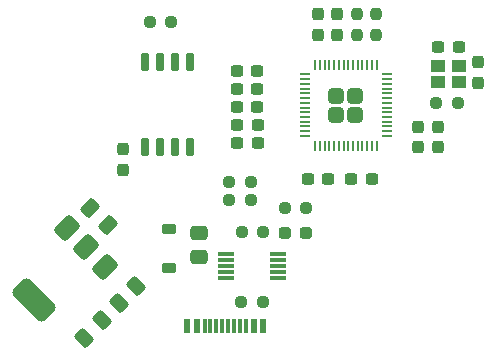
<source format=gbp>
G04 #@! TF.GenerationSoftware,KiCad,Pcbnew,7.0.10*
G04 #@! TF.CreationDate,2024-04-20T00:48:07+02:00*
G04 #@! TF.ProjectId,ledDisplay,6c656444-6973-4706-9c61-792e6b696361,rev?*
G04 #@! TF.SameCoordinates,Original*
G04 #@! TF.FileFunction,Paste,Bot*
G04 #@! TF.FilePolarity,Positive*
%FSLAX46Y46*%
G04 Gerber Fmt 4.6, Leading zero omitted, Abs format (unit mm)*
G04 Created by KiCad (PCBNEW 7.0.10) date 2024-04-20 00:48:07*
%MOMM*%
%LPD*%
G01*
G04 APERTURE LIST*
G04 Aperture macros list*
%AMRoundRect*
0 Rectangle with rounded corners*
0 $1 Rounding radius*
0 $2 $3 $4 $5 $6 $7 $8 $9 X,Y pos of 4 corners*
0 Add a 4 corners polygon primitive as box body*
4,1,4,$2,$3,$4,$5,$6,$7,$8,$9,$2,$3,0*
0 Add four circle primitives for the rounded corners*
1,1,$1+$1,$2,$3*
1,1,$1+$1,$4,$5*
1,1,$1+$1,$6,$7*
1,1,$1+$1,$8,$9*
0 Add four rect primitives between the rounded corners*
20,1,$1+$1,$2,$3,$4,$5,0*
20,1,$1+$1,$4,$5,$6,$7,0*
20,1,$1+$1,$6,$7,$8,$9,0*
20,1,$1+$1,$8,$9,$2,$3,0*%
G04 Aperture macros list end*
%ADD10RoundRect,0.237500X0.300000X0.237500X-0.300000X0.237500X-0.300000X-0.237500X0.300000X-0.237500X0*%
%ADD11RoundRect,0.237500X-0.250000X-0.237500X0.250000X-0.237500X0.250000X0.237500X-0.250000X0.237500X0*%
%ADD12R,1.150000X1.000000*%
%ADD13RoundRect,0.250000X-0.097227X0.574524X-0.574524X0.097227X0.097227X-0.574524X0.574524X-0.097227X0*%
%ADD14R,1.400000X0.300000*%
%ADD15RoundRect,0.237500X-0.237500X0.300000X-0.237500X-0.300000X0.237500X-0.300000X0.237500X0.300000X0*%
%ADD16RoundRect,0.237500X-0.300000X-0.237500X0.300000X-0.237500X0.300000X0.237500X-0.300000X0.237500X0*%
%ADD17RoundRect,0.150000X-0.150000X0.650000X-0.150000X-0.650000X0.150000X-0.650000X0.150000X0.650000X0*%
%ADD18RoundRect,0.237500X-0.287500X-0.237500X0.287500X-0.237500X0.287500X0.237500X-0.287500X0.237500X0*%
%ADD19RoundRect,0.225000X-0.375000X0.225000X-0.375000X-0.225000X0.375000X-0.225000X0.375000X0.225000X0*%
%ADD20RoundRect,0.237500X0.237500X-0.300000X0.237500X0.300000X-0.237500X0.300000X-0.237500X-0.300000X0*%
%ADD21RoundRect,0.237500X0.237500X-0.250000X0.237500X0.250000X-0.237500X0.250000X-0.237500X-0.250000X0*%
%ADD22RoundRect,0.250000X0.475000X-0.337500X0.475000X0.337500X-0.475000X0.337500X-0.475000X-0.337500X0*%
%ADD23RoundRect,0.250000X0.574524X0.097227X0.097227X0.574524X-0.574524X-0.097227X-0.097227X-0.574524X0*%
%ADD24RoundRect,0.237500X0.250000X0.237500X-0.250000X0.237500X-0.250000X-0.237500X0.250000X-0.237500X0*%
%ADD25RoundRect,0.250000X0.097227X-0.574524X0.574524X-0.097227X-0.097227X0.574524X-0.574524X0.097227X0*%
%ADD26RoundRect,0.375000X0.176777X0.707107X-0.707107X-0.176777X-0.176777X-0.707107X0.707107X0.176777X0*%
%ADD27RoundRect,0.500000X-0.636396X1.343503X-1.343503X0.636396X0.636396X-1.343503X1.343503X-0.636396X0*%
%ADD28R,0.600000X1.240000*%
%ADD29R,0.300000X1.240000*%
%ADD30RoundRect,0.249999X-0.395001X0.395001X-0.395001X-0.395001X0.395001X-0.395001X0.395001X0.395001X0*%
%ADD31RoundRect,0.050000X-0.050000X0.387500X-0.050000X-0.387500X0.050000X-0.387500X0.050000X0.387500X0*%
%ADD32RoundRect,0.050000X-0.387500X0.050000X-0.387500X-0.050000X0.387500X-0.050000X0.387500X0.050000X0*%
G04 APERTURE END LIST*
D10*
X175715000Y-86741000D03*
X173990000Y-86741000D03*
D11*
X190857500Y-86360000D03*
X192682500Y-86360000D03*
D12*
X192772000Y-84647000D03*
X191022000Y-84647000D03*
X191022000Y-83247000D03*
X192772000Y-83247000D03*
D13*
X162531623Y-104803377D03*
X161064377Y-106270623D03*
D14*
X173101000Y-101203000D03*
X173101000Y-100703000D03*
X173101000Y-100203000D03*
X173101000Y-99703000D03*
X173101000Y-99203000D03*
X177501000Y-99203000D03*
X177501000Y-99703000D03*
X177501000Y-100203000D03*
X177501000Y-100703000D03*
X177501000Y-101203000D03*
D15*
X191008000Y-88418500D03*
X191008000Y-90143500D03*
D16*
X179985500Y-92837000D03*
X181710500Y-92837000D03*
D17*
X166243000Y-82887000D03*
X167513000Y-82887000D03*
X168783000Y-82887000D03*
X170053000Y-82887000D03*
X170053000Y-90087000D03*
X168783000Y-90087000D03*
X167513000Y-90087000D03*
X166243000Y-90087000D03*
D18*
X178068000Y-97409000D03*
X179818000Y-97409000D03*
D10*
X175741500Y-89789000D03*
X174016500Y-89789000D03*
D19*
X168275000Y-97029000D03*
X168275000Y-100329000D03*
D10*
X175741500Y-88265000D03*
X174016500Y-88265000D03*
D11*
X178030500Y-95250000D03*
X179855500Y-95250000D03*
D20*
X182499000Y-80618500D03*
X182499000Y-78893500D03*
D10*
X192759500Y-81661000D03*
X191034500Y-81661000D03*
D21*
X184150000Y-80668500D03*
X184150000Y-78843500D03*
D15*
X164338000Y-90323500D03*
X164338000Y-92048500D03*
D22*
X170815000Y-99462500D03*
X170815000Y-97387500D03*
D11*
X174347500Y-103251000D03*
X176172500Y-103251000D03*
D15*
X194437000Y-82957500D03*
X194437000Y-84682500D03*
D23*
X163039623Y-96745623D03*
X161572377Y-95278377D03*
D10*
X185393500Y-92837000D03*
X183668500Y-92837000D03*
D20*
X180848000Y-80618500D03*
X180848000Y-78893500D03*
D24*
X168425500Y-79502000D03*
X166600500Y-79502000D03*
D10*
X175715000Y-85217000D03*
X173990000Y-85217000D03*
D25*
X163985377Y-103349623D03*
X165452623Y-101882377D03*
D26*
X159605041Y-96984268D03*
X161231386Y-98610614D03*
D27*
X156776614Y-103065386D03*
D26*
X162857732Y-100236959D03*
D28*
X176200000Y-105275000D03*
X175400000Y-105275000D03*
D29*
X174250000Y-105275000D03*
X173250000Y-105275000D03*
X172750000Y-105275000D03*
X171750000Y-105275000D03*
D28*
X170600000Y-105275000D03*
X169800000Y-105275000D03*
X169800000Y-105275000D03*
X170600000Y-105275000D03*
D29*
X171250000Y-105275000D03*
X172250000Y-105275000D03*
X173750000Y-105275000D03*
X174750000Y-105275000D03*
D28*
X175400000Y-105275000D03*
X176200000Y-105275000D03*
D21*
X185801000Y-80668500D03*
X185801000Y-78843500D03*
D30*
X184023000Y-85776000D03*
X182423000Y-85776000D03*
X184023000Y-87376000D03*
X182423000Y-87376000D03*
D31*
X180623000Y-83138500D03*
X181023000Y-83138500D03*
X181423000Y-83138500D03*
X181823000Y-83138500D03*
X182223000Y-83138500D03*
X182623000Y-83138500D03*
X183023000Y-83138500D03*
X183423000Y-83138500D03*
X183823000Y-83138500D03*
X184223000Y-83138500D03*
X184623000Y-83138500D03*
X185023000Y-83138500D03*
X185423000Y-83138500D03*
X185823000Y-83138500D03*
D32*
X186660500Y-83976000D03*
X186660500Y-84376000D03*
X186660500Y-84776000D03*
X186660500Y-85176000D03*
X186660500Y-85576000D03*
X186660500Y-85976000D03*
X186660500Y-86376000D03*
X186660500Y-86776000D03*
X186660500Y-87176000D03*
X186660500Y-87576000D03*
X186660500Y-87976000D03*
X186660500Y-88376000D03*
X186660500Y-88776000D03*
X186660500Y-89176000D03*
D31*
X185823000Y-90013500D03*
X185423000Y-90013500D03*
X185023000Y-90013500D03*
X184623000Y-90013500D03*
X184223000Y-90013500D03*
X183823000Y-90013500D03*
X183423000Y-90013500D03*
X183023000Y-90013500D03*
X182623000Y-90013500D03*
X182223000Y-90013500D03*
X181823000Y-90013500D03*
X181423000Y-90013500D03*
X181023000Y-90013500D03*
X180623000Y-90013500D03*
D32*
X179785500Y-89176000D03*
X179785500Y-88776000D03*
X179785500Y-88376000D03*
X179785500Y-87976000D03*
X179785500Y-87576000D03*
X179785500Y-87176000D03*
X179785500Y-86776000D03*
X179785500Y-86376000D03*
X179785500Y-85976000D03*
X179785500Y-85576000D03*
X179785500Y-85176000D03*
X179785500Y-84776000D03*
X179785500Y-84376000D03*
X179785500Y-83976000D03*
D10*
X175715000Y-83693000D03*
X173990000Y-83693000D03*
D24*
X176213500Y-97329318D03*
X174388500Y-97329318D03*
D11*
X173331500Y-94615000D03*
X175156500Y-94615000D03*
D15*
X189357000Y-88418500D03*
X189357000Y-90143500D03*
D11*
X173331500Y-93091000D03*
X175156500Y-93091000D03*
M02*

</source>
